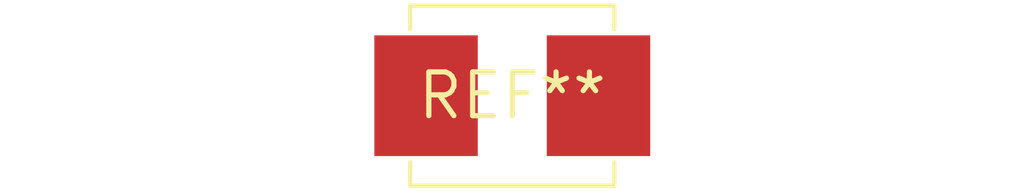
<source format=kicad_pcb>
(kicad_pcb (version 20240108) (generator pcbnew)
  (layers (0 "F.Cu" signal) (31 "B.Cu" signal) (34 "B.Paste" user) (35 "F.Paste" user) (36 "B.SilkS" user "B.Silkscreen") (37 "F.SilkS" user "F.Silkscreen") (38 "B.Mask" user) (39 "F.Mask" user) (44 "Edge.Cuts" user))
  (net 0 "")
  (footprint "L_Murata_LQH55DN_5.7x5.0mm" (layer "F.Cu") (at 0 0)
    (property "Reference" "REF**")
    (property "Value" "L_Murata_LQH55DN_5.7x5.0mm")
    (fp_line (start -2.96 -2.61) (end -2.96 -1.93) (layer "F.SilkS") (stroke (width 0.12)))
    (fp_line (start -2.96 -2.61) (end 2.96 -2.61) (layer "F.SilkS") (stroke (width 0.12)))
    (fp_line (start -2.96 1.93) (end -2.96 2.61) (layer "F.SilkS") (stroke (width 0.12)))
    (fp_line (start -2.96 2.61) (end 2.96 2.61) (layer "F.SilkS") (stroke (width 0.12)))
    (fp_line (start 2.96 -2.61) (end 2.96 -1.93) (layer "F.SilkS") (stroke (width 0.12)))
    (fp_line (start 2.96 1.93) (end 2.96 2.61) (layer "F.SilkS") (stroke (width 0.12)))
    (pad "1" smd rect (at -2.5 0) (size 3 3.5) (layers "F.Cu" "F.Paste" "F.Mask"))
    (pad "2" smd rect (at 2.5 0) (size 3 3.5) (layers "F.Cu" "F.Paste" "F.Mask"))
  )
)
</source>
